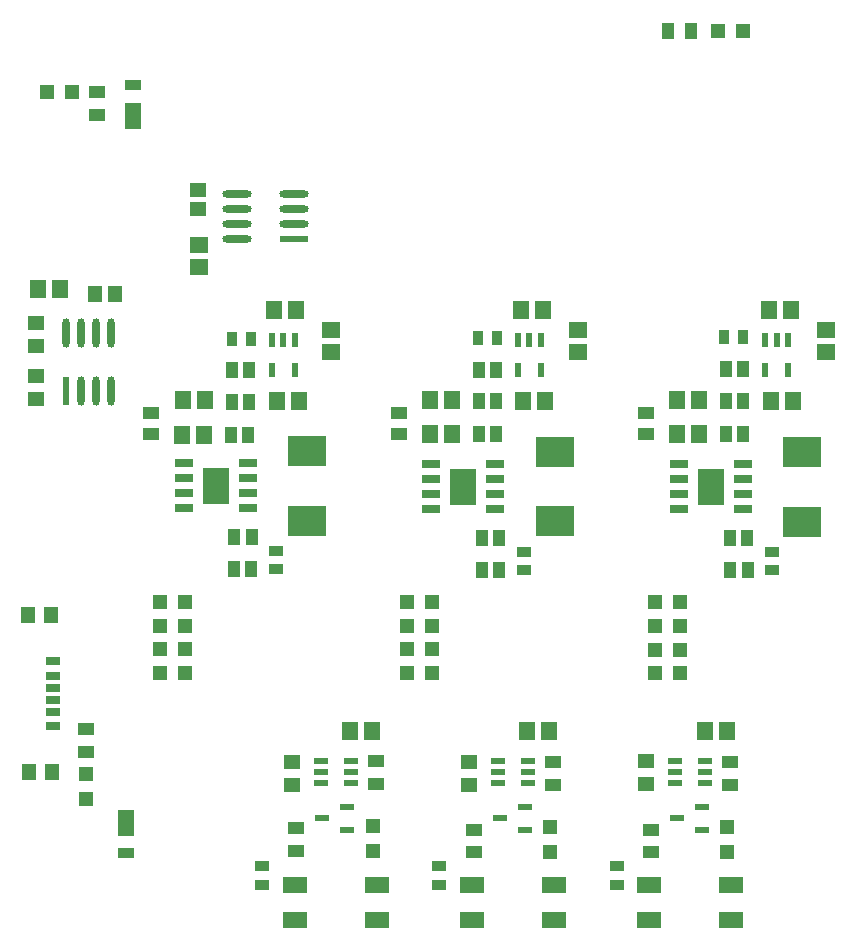
<source format=gbr>
%TF.GenerationSoftware,Altium Limited,Altium Designer,24.5.2 (23)*%
G04 Layer_Color=8421504*
%FSLAX45Y45*%
%MOMM*%
%TF.SameCoordinates,2470441B-8579-4349-B98B-18B4F8D42BC9*%
%TF.FilePolarity,Positive*%
%TF.FileFunction,Paste,Top*%
%TF.Part,Single*%
G01*
G75*
%TA.AperFunction,SMDPad,CuDef*%
%ADD10R,0.85814X1.26213*%
%ADD12R,1.26213X0.85814*%
%ADD13R,1.52500X0.70000*%
%ADD14R,2.21000X3.10000*%
%ADD15R,1.20000X1.20000*%
%ADD16R,1.40000X0.90000*%
%ADD17R,1.40000X2.20000*%
%ADD18R,2.00000X1.40000*%
%ADD19R,1.45000X1.00000*%
%ADD20R,1.46213X1.25814*%
%ADD21R,1.45464X1.55620*%
%ADD22R,1.45620X1.25464*%
%ADD23R,1.55620X1.45464*%
%ADD24R,0.62213X2.47407*%
G04:AMPARAMS|DCode=25|XSize=2.47407mm|YSize=0.62213mm|CornerRadius=0.31107mm|HoleSize=0mm|Usage=FLASHONLY|Rotation=90.000|XOffset=0mm|YOffset=0mm|HoleType=Round|Shape=RoundedRectangle|*
%AMROUNDEDRECTD25*
21,1,2.47407,0.00000,0,0,90.0*
21,1,1.85193,0.62213,0,0,90.0*
1,1,0.62213,0.00000,0.92597*
1,1,0.62213,0.00000,-0.92597*
1,1,0.62213,0.00000,-0.92597*
1,1,0.62213,0.00000,0.92597*
%
%ADD25ROUNDEDRECTD25*%
%ADD26R,1.25464X1.45620*%
%ADD27R,2.47407X0.62213*%
G04:AMPARAMS|DCode=28|XSize=2.47407mm|YSize=0.62213mm|CornerRadius=0.31107mm|HoleSize=0mm|Usage=FLASHONLY|Rotation=180.000|XOffset=0mm|YOffset=0mm|HoleType=Round|Shape=RoundedRectangle|*
%AMROUNDEDRECTD28*
21,1,2.47407,0.00000,0,0,180.0*
21,1,1.85193,0.62213,0,0,180.0*
1,1,0.62213,-0.92597,0.00000*
1,1,0.62213,0.92597,0.00000*
1,1,0.62213,0.92597,0.00000*
1,1,0.62213,-0.92597,0.00000*
%
%ADD28ROUNDEDRECTD28*%
%ADD29R,0.60000X1.20000*%
%ADD30R,1.36213X1.05814*%
%ADD31R,1.05464X1.35620*%
%ADD32R,3.20000X2.60000*%
%ADD33R,1.00000X1.45000*%
%ADD34R,1.20000X1.20000*%
%TA.AperFunction,ConnectorPad*%
%ADD35R,1.20000X0.80000*%
%ADD36R,1.20000X0.76000*%
%ADD37R,1.20000X0.70000*%
%TA.AperFunction,SMDPad,CuDef*%
%ADD38R,1.25814X1.46213*%
%ADD39R,1.25000X0.60000*%
%ADD40R,1.30000X0.60000*%
D10*
X2338299Y5139176D02*
D03*
X2182901D02*
D03*
X6506257Y5156200D02*
D03*
X6350859D02*
D03*
X4421099Y5143500D02*
D03*
X4265701D02*
D03*
D12*
X6756400Y3179451D02*
D03*
Y3334850D02*
D03*
X4650342Y3182351D02*
D03*
Y3337750D02*
D03*
X2555932Y3186751D02*
D03*
Y3342150D02*
D03*
X3937000Y674599D02*
D03*
Y519201D02*
D03*
X2438400Y674599D02*
D03*
Y519201D02*
D03*
X5442475Y674599D02*
D03*
Y519201D02*
D03*
D13*
X3869000Y4076700D02*
D03*
Y3949700D02*
D03*
Y3822700D02*
D03*
Y3695700D02*
D03*
X4411400D02*
D03*
Y3822700D02*
D03*
Y3949700D02*
D03*
Y4076700D02*
D03*
X5964500D02*
D03*
Y3949700D02*
D03*
Y3822700D02*
D03*
Y3695700D02*
D03*
X6506900D02*
D03*
Y3822700D02*
D03*
Y3949700D02*
D03*
Y4076700D02*
D03*
X1773500Y4084000D02*
D03*
Y3957000D02*
D03*
Y3830000D02*
D03*
Y3703000D02*
D03*
X2315900D02*
D03*
Y3830000D02*
D03*
Y3957000D02*
D03*
Y4084000D02*
D03*
D14*
X4140200Y3886200D02*
D03*
X6235700D02*
D03*
X2044700Y3893500D02*
D03*
D15*
X3666900Y2705100D02*
D03*
X3876900D02*
D03*
X5762400Y2311400D02*
D03*
X5972400D02*
D03*
Y2508300D02*
D03*
X5762400D02*
D03*
Y2705100D02*
D03*
X5972400D02*
D03*
X1781400D02*
D03*
X1571400D02*
D03*
X5762400Y2908300D02*
D03*
X5972400D02*
D03*
X3666900Y2311400D02*
D03*
X3876900D02*
D03*
Y2509200D02*
D03*
X3666900D02*
D03*
Y2908300D02*
D03*
X3876900D02*
D03*
X618900Y7226300D02*
D03*
X828900D02*
D03*
X6505800Y7747000D02*
D03*
X6295800D02*
D03*
X1571400Y2908300D02*
D03*
X1781400D02*
D03*
X1571400Y2311400D02*
D03*
X1781400D02*
D03*
Y2509200D02*
D03*
X1571400D02*
D03*
D16*
X1282700Y786400D02*
D03*
X1343275Y7284700D02*
D03*
D17*
X1282700Y1041400D02*
D03*
X1343275Y7029700D02*
D03*
D18*
X6407900Y218300D02*
D03*
X5707900D02*
D03*
X6407900Y518300D02*
D03*
X5707900D02*
D03*
X4909300Y218300D02*
D03*
X4209300D02*
D03*
X4909300Y518300D02*
D03*
X4209300D02*
D03*
X3410700Y218300D02*
D03*
X2710700D02*
D03*
X3410700Y518300D02*
D03*
X2710700D02*
D03*
D19*
X1041400Y7225800D02*
D03*
Y7035800D02*
D03*
X946225Y1644900D02*
D03*
Y1834900D02*
D03*
X6400800Y1555500D02*
D03*
Y1365500D02*
D03*
X5727700Y794000D02*
D03*
Y984000D02*
D03*
X4902200Y1555500D02*
D03*
Y1365500D02*
D03*
X4229100Y794000D02*
D03*
Y984000D02*
D03*
X3403626Y1561600D02*
D03*
Y1371600D02*
D03*
X2722574Y806700D02*
D03*
Y996700D02*
D03*
D20*
X520700Y5080639D02*
D03*
Y5276038D02*
D03*
Y4626701D02*
D03*
Y4822099D02*
D03*
X5684368Y1562100D02*
D03*
Y1366701D02*
D03*
X4185768Y1558199D02*
D03*
Y1362801D02*
D03*
X2687168Y1558199D02*
D03*
Y1362801D02*
D03*
D21*
X727578Y5562600D02*
D03*
X542422D02*
D03*
X6912478Y5384800D02*
D03*
X6727322D02*
D03*
X6742368Y4610100D02*
D03*
X6927524D02*
D03*
X4816978Y5384800D02*
D03*
X4631822D02*
D03*
X5950276Y4330700D02*
D03*
X6135433D02*
D03*
X5950276Y4619046D02*
D03*
X6135433D02*
D03*
X4646868Y4610100D02*
D03*
X4832024D02*
D03*
X3857122Y4622800D02*
D03*
X4042278D02*
D03*
X3854776Y4331936D02*
D03*
X4039933D02*
D03*
X6370056Y1822436D02*
D03*
X6184900D02*
D03*
X4867778D02*
D03*
X4682622D02*
D03*
X3369178D02*
D03*
X3184022D02*
D03*
X2725156Y5384800D02*
D03*
X2540000D02*
D03*
X2559057Y4610100D02*
D03*
X2744213D02*
D03*
X1759619Y4326536D02*
D03*
X1944775D02*
D03*
X1763241Y4619046D02*
D03*
X1948397D02*
D03*
D22*
X1890255Y6235644D02*
D03*
Y6400800D02*
D03*
D23*
X1900655Y5934578D02*
D03*
Y5749422D02*
D03*
X5112946Y5210678D02*
D03*
Y5025522D02*
D03*
X3021124Y5210678D02*
D03*
Y5025522D02*
D03*
X7208446Y5210678D02*
D03*
Y5025522D02*
D03*
D24*
X774700Y4701483D02*
D03*
D25*
X901700D02*
D03*
X1028700D02*
D03*
X1155700D02*
D03*
Y5184696D02*
D03*
X1028700D02*
D03*
X901700D02*
D03*
X774700D02*
D03*
D26*
X1022322Y5516635D02*
D03*
X1187478D02*
D03*
D27*
X2705407Y5981700D02*
D03*
D28*
Y6108700D02*
D03*
Y6235700D02*
D03*
Y6362700D02*
D03*
X2222193D02*
D03*
Y6235700D02*
D03*
Y6108700D02*
D03*
Y5981700D02*
D03*
D29*
X6887135Y4873800D02*
D03*
X6697135D02*
D03*
Y5133800D02*
D03*
X6792135D02*
D03*
X6887135D02*
D03*
X4794000Y4873800D02*
D03*
X4604000D02*
D03*
Y5133800D02*
D03*
X4699000D02*
D03*
X4794000D02*
D03*
X2711200Y4873536D02*
D03*
X2521200D02*
D03*
Y5133536D02*
D03*
X2616200D02*
D03*
X2711200D02*
D03*
D30*
X5686712Y4331901D02*
D03*
Y4507299D02*
D03*
X3594100Y4331901D02*
D03*
Y4507299D02*
D03*
X1496055Y4331901D02*
D03*
Y4507299D02*
D03*
D31*
X6511478Y4880525D02*
D03*
X6366322D02*
D03*
X6511478Y4610100D02*
D03*
X6366322D02*
D03*
X6511478Y4330700D02*
D03*
X6366322D02*
D03*
X6546778Y3185350D02*
D03*
X6401622D02*
D03*
X6544743Y3455775D02*
D03*
X6399586D02*
D03*
X4415978Y4330700D02*
D03*
X4270822D02*
D03*
X4415978Y4876800D02*
D03*
X4270822D02*
D03*
X4415978Y4610100D02*
D03*
X4270822D02*
D03*
X4441378Y3185350D02*
D03*
X4296222D02*
D03*
X4441378Y3455775D02*
D03*
X4296222D02*
D03*
X2345878Y3192650D02*
D03*
X2200722D02*
D03*
X2346968Y3463075D02*
D03*
X2201812D02*
D03*
X2324443Y4873750D02*
D03*
X2179286D02*
D03*
X2324443Y4603325D02*
D03*
X2179286D02*
D03*
X2320821Y4323925D02*
D03*
X2175664D02*
D03*
D32*
X7010400Y4181200D02*
D03*
Y3591200D02*
D03*
X4914900Y4184100D02*
D03*
Y3594100D02*
D03*
X2812625Y3598500D02*
D03*
Y4188500D02*
D03*
D33*
X6064000Y7747000D02*
D03*
X5874000D02*
D03*
D34*
X946225Y1241200D02*
D03*
Y1451200D02*
D03*
X6375400Y1006700D02*
D03*
Y796700D02*
D03*
X4876800Y1006700D02*
D03*
Y796700D02*
D03*
X3378200Y1016000D02*
D03*
Y806000D02*
D03*
D35*
X668300Y2408600D02*
D03*
Y1858600D02*
D03*
D36*
Y2285600D02*
D03*
Y1981600D02*
D03*
D37*
Y2183600D02*
D03*
Y2083600D02*
D03*
D38*
X461101Y1468068D02*
D03*
X656499D02*
D03*
X452301Y2799132D02*
D03*
X647700D02*
D03*
D39*
X6182900Y1568200D02*
D03*
Y1473200D02*
D03*
Y1378200D02*
D03*
X5932900D02*
D03*
Y1473200D02*
D03*
Y1568200D02*
D03*
X4684300D02*
D03*
Y1473200D02*
D03*
Y1378200D02*
D03*
X4434300D02*
D03*
Y1473200D02*
D03*
Y1568200D02*
D03*
X3185700D02*
D03*
Y1473200D02*
D03*
Y1378200D02*
D03*
X2935700D02*
D03*
Y1473200D02*
D03*
Y1568200D02*
D03*
D40*
X5952900Y1079500D02*
D03*
X6162900Y1174500D02*
D03*
Y984500D02*
D03*
X4454300Y1079500D02*
D03*
X4664300Y1174500D02*
D03*
Y984500D02*
D03*
X2943000Y1079500D02*
D03*
X3153000Y1174500D02*
D03*
Y984500D02*
D03*
%TF.MD5,0cd4426742a35599948b8c9468045b17*%
M02*

</source>
